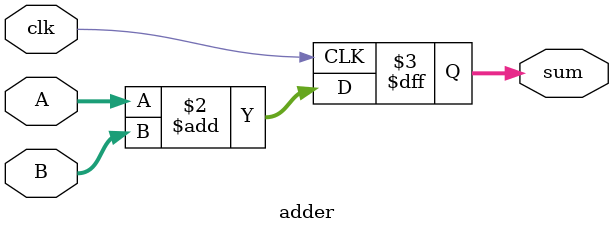
<source format=v>
module adder(
input [3:0] A,
input [3:0] B,
input clk,
output reg [3:0] sum

);

always @(posedge clk)
begin
	sum <= A + B;
end

endmodule

</source>
